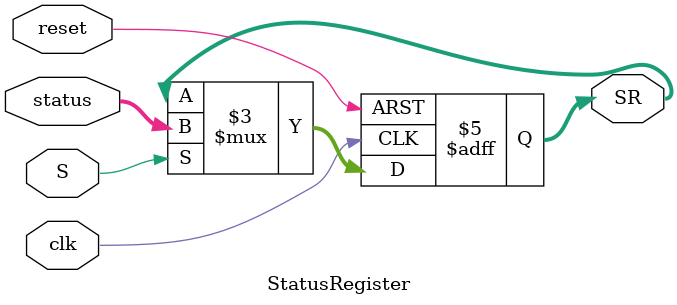
<source format=v>
module StatusRegister(input clk, reset, S, input[3:0] status, output reg [3:0] SR);
  
  always @(negedge clk or posedge reset ) begin
		if(reset)
			SR <= 4'b0;
		else if(S)
			SR <= status;
		else
			SR <= SR;
		
  end

endmodule

</source>
